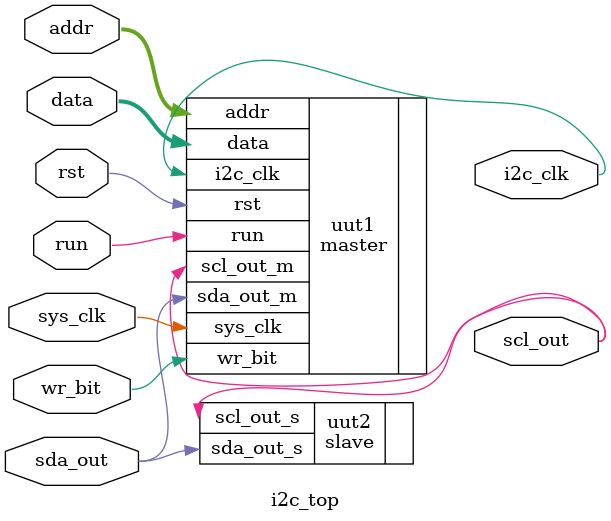
<source format=sv>
`include "I2C_MASTER.sv"
`include "I2C_SLAVE.sv"

module i2c_top(
		input 	sys_clk,
		input 	rst,
  		input 	[7:0] data,
  		input 	[7:0] addr,
		input 	wr_bit,
		input 	run,
		output	scl_out,
		inout	sda_out,
  		output bit	i2c_clk
		
		);



master uut1(
	.sys_clk  	(sys_clk),
	.rst     	(rst),
	.data    	(data),
	.addr     	(addr),
  	.wr_bit   	(wr_bit),
	.run     	(run),      	           
	.scl_out_m	(scl_out),
  	.sda_out_m	(sda_out),
  	.i2c_clk	(i2c_clk)
);

slave uut2(
  	.scl_out_s(scl_out),
	.sda_out_s(sda_out)
	);

	endmodule

</source>
